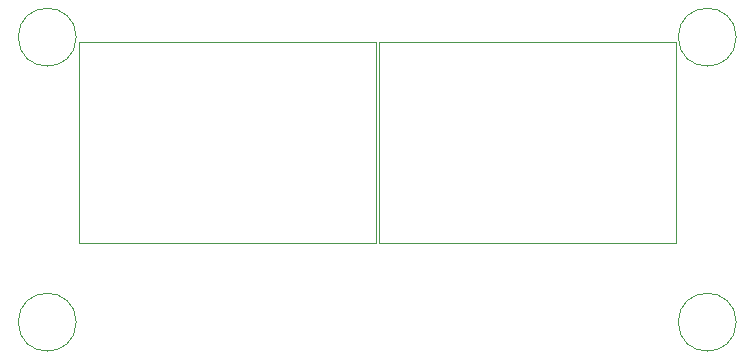
<source format=gbr>
%TF.GenerationSoftware,KiCad,Pcbnew,5.1.6-c6e7f7d~87~ubuntu18.04.1*%
%TF.CreationDate,2020-07-29T10:58:19+02:00*%
%TF.ProjectId,LED-display_x4,4c45442d-6469-4737-906c-61795f78342e,1.0*%
%TF.SameCoordinates,PX463f660PY525bfc0*%
%TF.FileFunction,Other,User*%
%FSLAX46Y46*%
G04 Gerber Fmt 4.6, Leading zero omitted, Abs format (unit mm)*
G04 Created by KiCad (PCBNEW 5.1.6-c6e7f7d~87~ubuntu18.04.1) date 2020-07-29 10:58:19*
%MOMM*%
%LPD*%
G01*
G04 APERTURE LIST*
%ADD10C,0.120000*%
%ADD11C,0.050000*%
G04 APERTURE END LIST*
D10*
%TO.C,D2*%
X30607000Y26290000D02*
X55753000Y26290000D01*
X30607000Y9270000D02*
X55753000Y9270000D01*
X30607000Y26290000D02*
X30607000Y9270000D01*
X55753000Y26290000D02*
X55753000Y9270000D01*
%TO.C,D1*%
X5207000Y26290000D02*
X30353000Y26290000D01*
X5207000Y9270000D02*
X30353000Y9270000D01*
X5207000Y26290000D02*
X5207000Y9270000D01*
X30353000Y26290000D02*
X30353000Y9270000D01*
D11*
%TO.C,M4*%
X60870000Y26670000D02*
G75*
G03*
X60870000Y26670000I-2450000J0D01*
G01*
%TO.C,M3*%
X60870000Y2540000D02*
G75*
G03*
X60870000Y2540000I-2450000J0D01*
G01*
%TO.C,M2*%
X4990000Y2540000D02*
G75*
G03*
X4990000Y2540000I-2450000J0D01*
G01*
%TO.C,M1*%
X4990000Y26670000D02*
G75*
G03*
X4990000Y26670000I-2450000J0D01*
G01*
%TD*%
M02*

</source>
